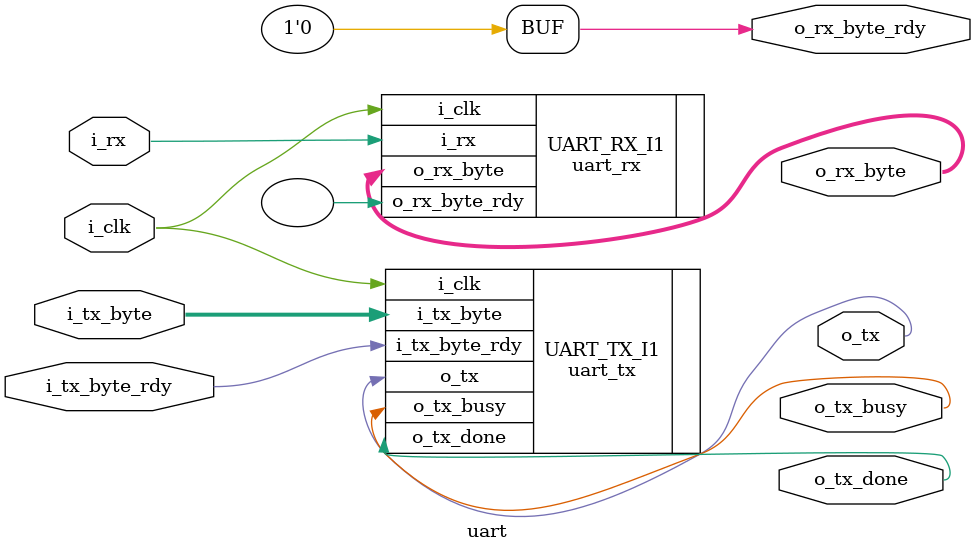
<source format=v>

module uart
    (
        input wire i_clk,
        input wire i_rx,
        output wire o_tx,

        input wire i_tx_byte_rdy,
        input wire [7:0] i_tx_byte,
        output wire o_tx_busy,
        output wire o_tx_done,

        //output wire o_rx_byte_rdy,        
        output reg o_rx_byte_rdy = 0,
		  output wire [7:0] o_rx_byte
    );
    // setup for 115200 baud at 50,000,000 Hz
    localparam CLOCK_PERIOD_NS = 20, CLKS_PER_BIT = 434, BIT_PERIOD = 434 * 20;

    uart_tx #(.CLKS_PER_BIT(CLKS_PER_BIT)) UART_TX_I1
        (
            .i_clk(i_clk),
            .i_tx_byte_rdy(i_tx_byte_rdy),
            .i_tx_byte(i_tx_byte),
            .o_tx_busy(o_tx_busy),
            .o_tx(o_tx),
            .o_tx_done(o_tx_done)
        );

    uart_rx #(.CLKS_PER_BIT(CLKS_PER_BIT)) UART_RX_I1
        (
            .i_clk(i_clk),
            .i_rx(i_rx),
            //.o_rx_byte_rdy(o_rx_byte_rdy),
				.o_rx_byte_rdy(),
            .o_rx_byte(o_rx_byte)
        );

endmodule
  

</source>
